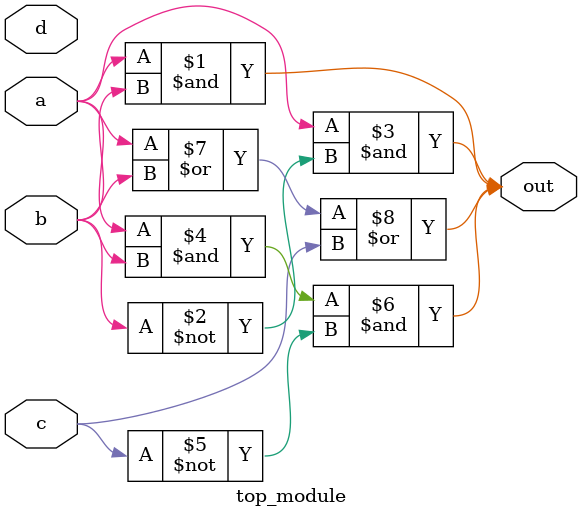
<source format=sv>
module top_module (
	input a, 
	input b,
	input c,
	input d,
	output out
);

// Implement the truth table from the Karnaugh map

// Output for input (00)
assign out = a & b;

// Output for input (01)
assign out = a & ~b;

// Output for input (10)
assign out = a & b & ~c;

// Output for input (11)
assign out = a | b | c;

endmodule

</source>
